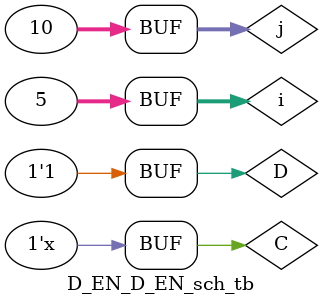
<source format=v>

`timescale 1ns / 1ps

module D_EN_D_EN_sch_tb();

// Inputs
   reg D;
   reg C;

// Output
   wire Q;
   wire Qn;

// Bidirs

// Instantiate the UUT
   D_EN UUT (
		.Q(Q), 
		.Qn(Qn), 
		.D(D), 
		.C(C)
   );
// Initialize Inputs
   integer i, j; 
   initial begin
	D = 0;
	C = 0;
	#40; 
	for(i=0; i<5; i=i+1)begin
		D=~D; 
		#80; 
	end
   end
	
	always@*
	for(j=0; j<10; j=j+1)begin
		#50;
		C<=~C; 
	end
endmodule

</source>
